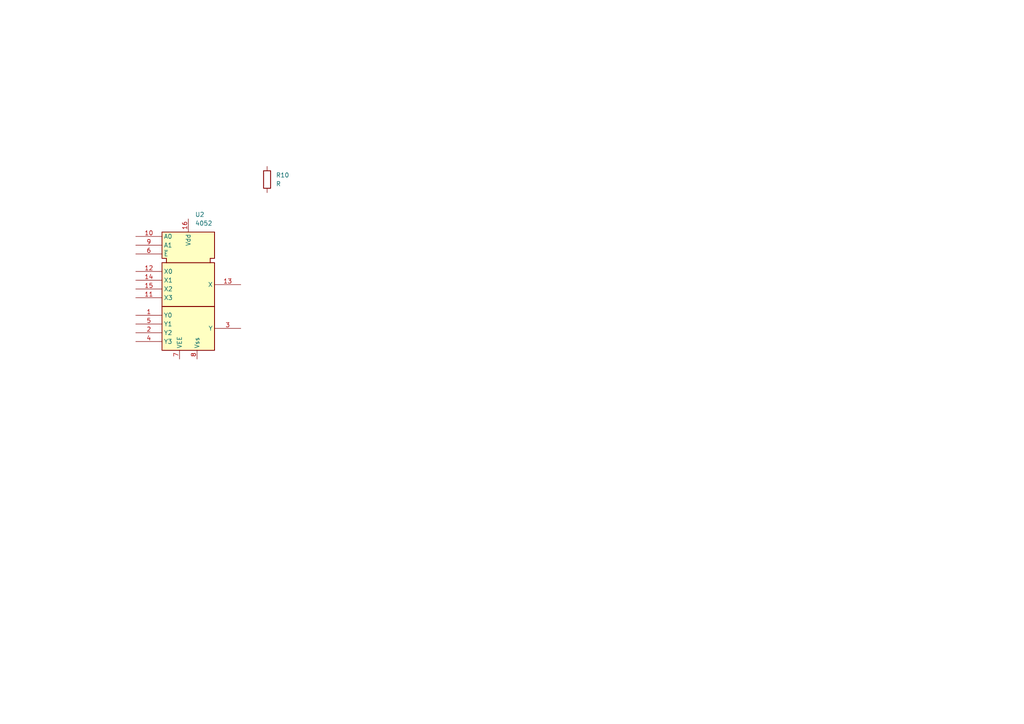
<source format=kicad_sch>
(kicad_sch (version 20230121) (generator eeschema)
  (paper "A4")
  (title_block (title "LineTracer-Practice-Sensor") (date "2023-06-18") (rev "BETA") (company "KCCTD4-8") (comment 1 "*Unless otherwise noted, resistors used are 1/4W resistors.") (comment 2 ">>>UNCHECKED CIRCUIT<<<"))
  (lib_symbols
    (symbol "4xxx_IEEE:4052"
      (property "Reference" "U" (at 11.43 15.24 0))
      (property "Value" "4052" (at 10.16 -19.05 0))
      (symbol "4052_0_0"
        (pin power_in line (at 0 20.32 270) (length 3.81) (name "Vdd") (number "16"))
        (pin power_in line (at 2.54 -20.32 90) (length 2.54) (name "Vss") (number "8"))
      )
      (symbol "4052_0_1"
        (rectangle (start -7.62 -5.08) (end 7.62 -17.78) (stroke (width 0.254)) (fill (type background)))
        (rectangle (start -7.62 7.62) (end 7.62 -5.08) (stroke (width 0.254)) (fill (type background)))
        (polyline (pts (xy -6.35 7.62) (xy -6.35 8.89) (xy -7.62 8.89) (xy -7.62 16.51) (xy 7.62 16.51) (xy 7.62 8.89) (xy 6.35 8.89) (xy 6.35 7.62) (xy 6.35 7.62)) (stroke (width 0.254)) (fill (type background)))
      )
      (symbol "4052_1_1"
        (pin passive line (at -15.24 -7.62 0) (length 7.62) (name "Y0") (number "1"))
        (pin input line (at -15.24 15.24 0) (length 7.62) (name "A0") (number "10"))
        (pin passive line (at -15.24 -2.54 0) (length 7.62) (name "X3") (number "11"))
        (pin passive line (at -15.24 5.08 0) (length 7.62) (name "X0") (number "12"))
        (pin passive line (at 15.24 1.27 180) (length 7.62) (name "X") (number "13"))
        (pin passive line (at -15.24 2.54 0) (length 7.62) (name "X1") (number "14"))
        (pin passive line (at -15.24 0 0) (length 7.62) (name "X2") (number "15"))
        (pin passive line (at -15.24 -12.7 0) (length 7.62) (name "Y2") (number "2"))
        (pin passive line (at 15.24 -11.43 180) (length 7.62) (name "Y") (number "3"))
        (pin passive line (at -15.24 -15.24 0) (length 7.62) (name "Y3") (number "4"))
        (pin passive line (at -15.24 -10.16 0) (length 7.62) (name "Y1") (number "5"))
        (pin input line (at -15.24 10.16 0) (length 7.62) (name "~{E}") (number "6"))
        (pin power_in line (at -2.54 -20.32 90) (length 2.54) (name "VEE") (number "7"))
        (pin input line (at -15.24 12.7 0) (length 7.62) (name "A1") (number "9"))
      )
    )
    (symbol "Device:R" (pin_numbers hide) (pin_names (offset 0))
      (property "Reference" "R" (at 2.032 0 90))
      (property "Value" "R" (at 0 0 90))
      (symbol "R_0_1"
        (rectangle (start -1.016 -2.54) (end 1.016 2.54) (stroke (width 0.254)))
      )
      (symbol "R_1_1"
        (pin passive line (at 0 3.81 270) (length 1.27) (name "~") (number "1"))
        (pin passive line (at 0 -3.81 90) (length 1.27) (name "~") (number "2"))
      )
    )
  )
  (symbol (lib_id "4xxx_IEEE:4052") (at 54.61 83.82 0) (unit 1)
    (property "Reference" "U2" (at 56.5659 62.23 0) (effects (justify left)))
    (property "Value" "4052" (at 56.5659 64.77 0) (effects (justify left)))
  )
  (symbol (lib_id "Device:R") (at 77.47 52.07 0) (unit 1)
    (property "Reference" "R10" (at 80.01 50.8 0) (effects (justify left)))
    (property "Value" "R" (at 80.01 53.34 0) (effects (justify left)))
  )
)
</source>
